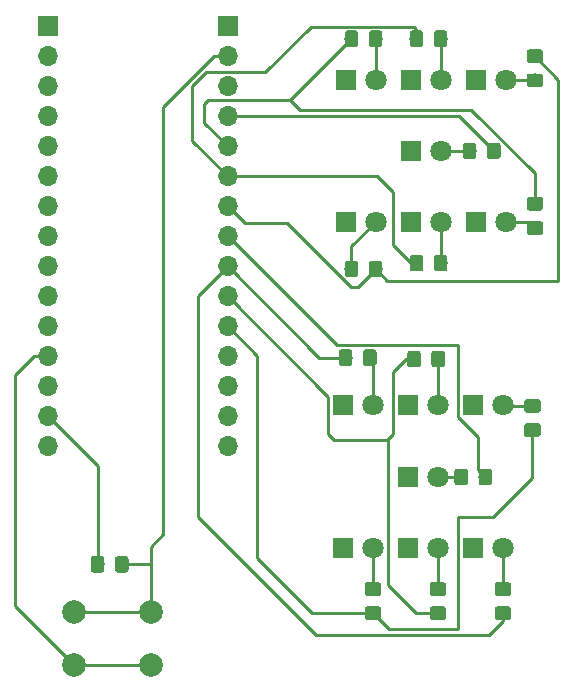
<source format=gbr>
G04 #@! TF.GenerationSoftware,KiCad,Pcbnew,(5.0.1)-3*
G04 #@! TF.CreationDate,2019-08-04T12:29:00-04:00*
G04 #@! TF.ProjectId,Dice_roller,446963655F726F6C6C65722E6B696361,rev?*
G04 #@! TF.SameCoordinates,Original*
G04 #@! TF.FileFunction,Copper,L1,Top,Signal*
G04 #@! TF.FilePolarity,Positive*
%FSLAX46Y46*%
G04 Gerber Fmt 4.6, Leading zero omitted, Abs format (unit mm)*
G04 Created by KiCad (PCBNEW (5.0.1)-3) date 8/4/2019 12:29:00 PM*
%MOMM*%
%LPD*%
G01*
G04 APERTURE LIST*
G04 #@! TA.AperFunction,ComponentPad*
%ADD10R,1.700000X1.700000*%
G04 #@! TD*
G04 #@! TA.AperFunction,ComponentPad*
%ADD11O,1.700000X1.700000*%
G04 #@! TD*
G04 #@! TA.AperFunction,Conductor*
%ADD12C,0.100000*%
G04 #@! TD*
G04 #@! TA.AperFunction,SMDPad,CuDef*
%ADD13C,1.150000*%
G04 #@! TD*
G04 #@! TA.AperFunction,ComponentPad*
%ADD14R,1.800000X1.800000*%
G04 #@! TD*
G04 #@! TA.AperFunction,ComponentPad*
%ADD15C,1.800000*%
G04 #@! TD*
G04 #@! TA.AperFunction,ComponentPad*
%ADD16C,2.000000*%
G04 #@! TD*
G04 #@! TA.AperFunction,Conductor*
%ADD17C,0.250000*%
G04 #@! TD*
G04 APERTURE END LIST*
D10*
G04 #@! TO.P,J1,1*
G04 #@! TO.N,D12*
X132000000Y-61440000D03*
D11*
G04 #@! TO.P,J1,2*
G04 #@! TO.N,D11*
X132000000Y-63980000D03*
G04 #@! TO.P,J1,3*
G04 #@! TO.N,D10*
X132000000Y-66520000D03*
G04 #@! TO.P,J1,4*
G04 #@! TO.N,D9*
X132000000Y-69060000D03*
G04 #@! TO.P,J1,5*
G04 #@! TO.N,D8*
X132000000Y-71600000D03*
G04 #@! TO.P,J1,6*
G04 #@! TO.N,D7*
X132000000Y-74140000D03*
G04 #@! TO.P,J1,7*
G04 #@! TO.N,D6*
X132000000Y-76680000D03*
G04 #@! TO.P,J1,8*
G04 #@! TO.N,D5*
X132000000Y-79220000D03*
G04 #@! TO.P,J1,9*
G04 #@! TO.N,D4*
X132000000Y-81760000D03*
G04 #@! TO.P,J1,10*
G04 #@! TO.N,D3*
X132000000Y-84300000D03*
G04 #@! TO.P,J1,11*
G04 #@! TO.N,D2*
X132000000Y-86840000D03*
G04 #@! TO.P,J1,12*
G04 #@! TO.N,GND*
X132000000Y-89380000D03*
G04 #@! TO.P,J1,13*
G04 #@! TO.N,~RESET*
X132000000Y-91920000D03*
G04 #@! TO.P,J1,14*
G04 #@! TO.N,RX*
X132000000Y-94460000D03*
G04 #@! TO.P,J1,15*
G04 #@! TO.N,TX*
X132000000Y-97000000D03*
G04 #@! TD*
D10*
G04 #@! TO.P,J2,1*
G04 #@! TO.N,D13*
X116760000Y-61440000D03*
D11*
G04 #@! TO.P,J2,2*
G04 #@! TO.N,+3V3*
X116760000Y-63980000D03*
G04 #@! TO.P,J2,3*
G04 #@! TO.N,AREF*
X116760000Y-66520000D03*
G04 #@! TO.P,J2,4*
G04 #@! TO.N,A0*
X116760000Y-69060000D03*
G04 #@! TO.P,J2,5*
G04 #@! TO.N,A1*
X116760000Y-71600000D03*
G04 #@! TO.P,J2,6*
G04 #@! TO.N,A2*
X116760000Y-74140000D03*
G04 #@! TO.P,J2,7*
G04 #@! TO.N,A3*
X116760000Y-76680000D03*
G04 #@! TO.P,J2,8*
G04 #@! TO.N,A4*
X116760000Y-79220000D03*
G04 #@! TO.P,J2,9*
G04 #@! TO.N,A5*
X116760000Y-81760000D03*
G04 #@! TO.P,J2,10*
G04 #@! TO.N,A6*
X116760000Y-84300000D03*
G04 #@! TO.P,J2,11*
G04 #@! TO.N,A7*
X116760000Y-86840000D03*
G04 #@! TO.P,J2,12*
G04 #@! TO.N,+5V*
X116760000Y-89380000D03*
G04 #@! TO.P,J2,13*
G04 #@! TO.N,~RESET*
X116760000Y-91920000D03*
G04 #@! TO.P,J2,14*
G04 #@! TO.N,GND*
X116760000Y-94460000D03*
G04 #@! TO.P,J2,15*
G04 #@! TO.N,VIN*
X116760000Y-97000000D03*
G04 #@! TD*
D12*
G04 #@! TO.N,D2*
G04 #@! TO.C,R1*
G36*
X158266334Y-95066896D02*
X158290602Y-95070496D01*
X158314401Y-95076457D01*
X158337500Y-95084722D01*
X158359679Y-95095212D01*
X158380722Y-95107824D01*
X158400428Y-95122439D01*
X158418606Y-95138915D01*
X158435082Y-95157093D01*
X158449697Y-95176799D01*
X158462309Y-95197842D01*
X158472799Y-95220021D01*
X158481064Y-95243120D01*
X158487025Y-95266919D01*
X158490625Y-95291187D01*
X158491829Y-95315691D01*
X158491829Y-95965693D01*
X158490625Y-95990197D01*
X158487025Y-96014465D01*
X158481064Y-96038264D01*
X158472799Y-96061363D01*
X158462309Y-96083542D01*
X158449697Y-96104585D01*
X158435082Y-96124291D01*
X158418606Y-96142469D01*
X158400428Y-96158945D01*
X158380722Y-96173560D01*
X158359679Y-96186172D01*
X158337500Y-96196662D01*
X158314401Y-96204927D01*
X158290602Y-96210888D01*
X158266334Y-96214488D01*
X158241830Y-96215692D01*
X157341828Y-96215692D01*
X157317324Y-96214488D01*
X157293056Y-96210888D01*
X157269257Y-96204927D01*
X157246158Y-96196662D01*
X157223979Y-96186172D01*
X157202936Y-96173560D01*
X157183230Y-96158945D01*
X157165052Y-96142469D01*
X157148576Y-96124291D01*
X157133961Y-96104585D01*
X157121349Y-96083542D01*
X157110859Y-96061363D01*
X157102594Y-96038264D01*
X157096633Y-96014465D01*
X157093033Y-95990197D01*
X157091829Y-95965693D01*
X157091829Y-95315691D01*
X157093033Y-95291187D01*
X157096633Y-95266919D01*
X157102594Y-95243120D01*
X157110859Y-95220021D01*
X157121349Y-95197842D01*
X157133961Y-95176799D01*
X157148576Y-95157093D01*
X157165052Y-95138915D01*
X157183230Y-95122439D01*
X157202936Y-95107824D01*
X157223979Y-95095212D01*
X157246158Y-95084722D01*
X157269257Y-95076457D01*
X157293056Y-95070496D01*
X157317324Y-95066896D01*
X157341828Y-95065692D01*
X158241830Y-95065692D01*
X158266334Y-95066896D01*
X158266334Y-95066896D01*
G37*
D13*
G04 #@! TD*
G04 #@! TO.P,R1,1*
G04 #@! TO.N,D2*
X157791829Y-95640692D03*
D12*
G04 #@! TO.N,Net-(D1-Pad2)*
G04 #@! TO.C,R1*
G36*
X158266334Y-93016896D02*
X158290602Y-93020496D01*
X158314401Y-93026457D01*
X158337500Y-93034722D01*
X158359679Y-93045212D01*
X158380722Y-93057824D01*
X158400428Y-93072439D01*
X158418606Y-93088915D01*
X158435082Y-93107093D01*
X158449697Y-93126799D01*
X158462309Y-93147842D01*
X158472799Y-93170021D01*
X158481064Y-93193120D01*
X158487025Y-93216919D01*
X158490625Y-93241187D01*
X158491829Y-93265691D01*
X158491829Y-93915693D01*
X158490625Y-93940197D01*
X158487025Y-93964465D01*
X158481064Y-93988264D01*
X158472799Y-94011363D01*
X158462309Y-94033542D01*
X158449697Y-94054585D01*
X158435082Y-94074291D01*
X158418606Y-94092469D01*
X158400428Y-94108945D01*
X158380722Y-94123560D01*
X158359679Y-94136172D01*
X158337500Y-94146662D01*
X158314401Y-94154927D01*
X158290602Y-94160888D01*
X158266334Y-94164488D01*
X158241830Y-94165692D01*
X157341828Y-94165692D01*
X157317324Y-94164488D01*
X157293056Y-94160888D01*
X157269257Y-94154927D01*
X157246158Y-94146662D01*
X157223979Y-94136172D01*
X157202936Y-94123560D01*
X157183230Y-94108945D01*
X157165052Y-94092469D01*
X157148576Y-94074291D01*
X157133961Y-94054585D01*
X157121349Y-94033542D01*
X157110859Y-94011363D01*
X157102594Y-93988264D01*
X157096633Y-93964465D01*
X157093033Y-93940197D01*
X157091829Y-93915693D01*
X157091829Y-93265691D01*
X157093033Y-93241187D01*
X157096633Y-93216919D01*
X157102594Y-93193120D01*
X157110859Y-93170021D01*
X157121349Y-93147842D01*
X157133961Y-93126799D01*
X157148576Y-93107093D01*
X157165052Y-93088915D01*
X157183230Y-93072439D01*
X157202936Y-93057824D01*
X157223979Y-93045212D01*
X157246158Y-93034722D01*
X157269257Y-93026457D01*
X157293056Y-93020496D01*
X157317324Y-93016896D01*
X157341828Y-93015692D01*
X158241830Y-93015692D01*
X158266334Y-93016896D01*
X158266334Y-93016896D01*
G37*
D13*
G04 #@! TD*
G04 #@! TO.P,R1,2*
G04 #@! TO.N,Net-(D1-Pad2)*
X157791829Y-93590692D03*
D12*
G04 #@! TO.N,D3*
G04 #@! TO.C,R2*
G36*
X148116334Y-88916896D02*
X148140602Y-88920496D01*
X148164401Y-88926457D01*
X148187500Y-88934722D01*
X148209679Y-88945212D01*
X148230722Y-88957824D01*
X148250428Y-88972439D01*
X148268606Y-88988915D01*
X148285082Y-89007093D01*
X148299697Y-89026799D01*
X148312309Y-89047842D01*
X148322799Y-89070021D01*
X148331064Y-89093120D01*
X148337025Y-89116919D01*
X148340625Y-89141187D01*
X148341829Y-89165691D01*
X148341829Y-90065693D01*
X148340625Y-90090197D01*
X148337025Y-90114465D01*
X148331064Y-90138264D01*
X148322799Y-90161363D01*
X148312309Y-90183542D01*
X148299697Y-90204585D01*
X148285082Y-90224291D01*
X148268606Y-90242469D01*
X148250428Y-90258945D01*
X148230722Y-90273560D01*
X148209679Y-90286172D01*
X148187500Y-90296662D01*
X148164401Y-90304927D01*
X148140602Y-90310888D01*
X148116334Y-90314488D01*
X148091830Y-90315692D01*
X147441828Y-90315692D01*
X147417324Y-90314488D01*
X147393056Y-90310888D01*
X147369257Y-90304927D01*
X147346158Y-90296662D01*
X147323979Y-90286172D01*
X147302936Y-90273560D01*
X147283230Y-90258945D01*
X147265052Y-90242469D01*
X147248576Y-90224291D01*
X147233961Y-90204585D01*
X147221349Y-90183542D01*
X147210859Y-90161363D01*
X147202594Y-90138264D01*
X147196633Y-90114465D01*
X147193033Y-90090197D01*
X147191829Y-90065693D01*
X147191829Y-89165691D01*
X147193033Y-89141187D01*
X147196633Y-89116919D01*
X147202594Y-89093120D01*
X147210859Y-89070021D01*
X147221349Y-89047842D01*
X147233961Y-89026799D01*
X147248576Y-89007093D01*
X147265052Y-88988915D01*
X147283230Y-88972439D01*
X147302936Y-88957824D01*
X147323979Y-88945212D01*
X147346158Y-88934722D01*
X147369257Y-88926457D01*
X147393056Y-88920496D01*
X147417324Y-88916896D01*
X147441828Y-88915692D01*
X148091830Y-88915692D01*
X148116334Y-88916896D01*
X148116334Y-88916896D01*
G37*
D13*
G04 #@! TD*
G04 #@! TO.P,R2,1*
G04 #@! TO.N,D3*
X147766829Y-89615692D03*
D12*
G04 #@! TO.N,Net-(D2-Pad2)*
G04 #@! TO.C,R2*
G36*
X150166334Y-88916896D02*
X150190602Y-88920496D01*
X150214401Y-88926457D01*
X150237500Y-88934722D01*
X150259679Y-88945212D01*
X150280722Y-88957824D01*
X150300428Y-88972439D01*
X150318606Y-88988915D01*
X150335082Y-89007093D01*
X150349697Y-89026799D01*
X150362309Y-89047842D01*
X150372799Y-89070021D01*
X150381064Y-89093120D01*
X150387025Y-89116919D01*
X150390625Y-89141187D01*
X150391829Y-89165691D01*
X150391829Y-90065693D01*
X150390625Y-90090197D01*
X150387025Y-90114465D01*
X150381064Y-90138264D01*
X150372799Y-90161363D01*
X150362309Y-90183542D01*
X150349697Y-90204585D01*
X150335082Y-90224291D01*
X150318606Y-90242469D01*
X150300428Y-90258945D01*
X150280722Y-90273560D01*
X150259679Y-90286172D01*
X150237500Y-90296662D01*
X150214401Y-90304927D01*
X150190602Y-90310888D01*
X150166334Y-90314488D01*
X150141830Y-90315692D01*
X149491828Y-90315692D01*
X149467324Y-90314488D01*
X149443056Y-90310888D01*
X149419257Y-90304927D01*
X149396158Y-90296662D01*
X149373979Y-90286172D01*
X149352936Y-90273560D01*
X149333230Y-90258945D01*
X149315052Y-90242469D01*
X149298576Y-90224291D01*
X149283961Y-90204585D01*
X149271349Y-90183542D01*
X149260859Y-90161363D01*
X149252594Y-90138264D01*
X149246633Y-90114465D01*
X149243033Y-90090197D01*
X149241829Y-90065693D01*
X149241829Y-89165691D01*
X149243033Y-89141187D01*
X149246633Y-89116919D01*
X149252594Y-89093120D01*
X149260859Y-89070021D01*
X149271349Y-89047842D01*
X149283961Y-89026799D01*
X149298576Y-89007093D01*
X149315052Y-88988915D01*
X149333230Y-88972439D01*
X149352936Y-88957824D01*
X149373979Y-88945212D01*
X149396158Y-88934722D01*
X149419257Y-88926457D01*
X149443056Y-88920496D01*
X149467324Y-88916896D01*
X149491828Y-88915692D01*
X150141830Y-88915692D01*
X150166334Y-88916896D01*
X150166334Y-88916896D01*
G37*
D13*
G04 #@! TD*
G04 #@! TO.P,R2,2*
G04 #@! TO.N,Net-(D2-Pad2)*
X149816829Y-89615692D03*
D12*
G04 #@! TO.N,D4*
G04 #@! TO.C,R3*
G36*
X142324505Y-88801204D02*
X142348773Y-88804804D01*
X142372572Y-88810765D01*
X142395671Y-88819030D01*
X142417850Y-88829520D01*
X142438893Y-88842132D01*
X142458599Y-88856747D01*
X142476777Y-88873223D01*
X142493253Y-88891401D01*
X142507868Y-88911107D01*
X142520480Y-88932150D01*
X142530970Y-88954329D01*
X142539235Y-88977428D01*
X142545196Y-89001227D01*
X142548796Y-89025495D01*
X142550000Y-89049999D01*
X142550000Y-89950001D01*
X142548796Y-89974505D01*
X142545196Y-89998773D01*
X142539235Y-90022572D01*
X142530970Y-90045671D01*
X142520480Y-90067850D01*
X142507868Y-90088893D01*
X142493253Y-90108599D01*
X142476777Y-90126777D01*
X142458599Y-90143253D01*
X142438893Y-90157868D01*
X142417850Y-90170480D01*
X142395671Y-90180970D01*
X142372572Y-90189235D01*
X142348773Y-90195196D01*
X142324505Y-90198796D01*
X142300001Y-90200000D01*
X141649999Y-90200000D01*
X141625495Y-90198796D01*
X141601227Y-90195196D01*
X141577428Y-90189235D01*
X141554329Y-90180970D01*
X141532150Y-90170480D01*
X141511107Y-90157868D01*
X141491401Y-90143253D01*
X141473223Y-90126777D01*
X141456747Y-90108599D01*
X141442132Y-90088893D01*
X141429520Y-90067850D01*
X141419030Y-90045671D01*
X141410765Y-90022572D01*
X141404804Y-89998773D01*
X141401204Y-89974505D01*
X141400000Y-89950001D01*
X141400000Y-89049999D01*
X141401204Y-89025495D01*
X141404804Y-89001227D01*
X141410765Y-88977428D01*
X141419030Y-88954329D01*
X141429520Y-88932150D01*
X141442132Y-88911107D01*
X141456747Y-88891401D01*
X141473223Y-88873223D01*
X141491401Y-88856747D01*
X141511107Y-88842132D01*
X141532150Y-88829520D01*
X141554329Y-88819030D01*
X141577428Y-88810765D01*
X141601227Y-88804804D01*
X141625495Y-88801204D01*
X141649999Y-88800000D01*
X142300001Y-88800000D01*
X142324505Y-88801204D01*
X142324505Y-88801204D01*
G37*
D13*
G04 #@! TD*
G04 #@! TO.P,R3,1*
G04 #@! TO.N,D4*
X141975000Y-89500000D03*
D12*
G04 #@! TO.N,Net-(D3-Pad2)*
G04 #@! TO.C,R3*
G36*
X144374505Y-88801204D02*
X144398773Y-88804804D01*
X144422572Y-88810765D01*
X144445671Y-88819030D01*
X144467850Y-88829520D01*
X144488893Y-88842132D01*
X144508599Y-88856747D01*
X144526777Y-88873223D01*
X144543253Y-88891401D01*
X144557868Y-88911107D01*
X144570480Y-88932150D01*
X144580970Y-88954329D01*
X144589235Y-88977428D01*
X144595196Y-89001227D01*
X144598796Y-89025495D01*
X144600000Y-89049999D01*
X144600000Y-89950001D01*
X144598796Y-89974505D01*
X144595196Y-89998773D01*
X144589235Y-90022572D01*
X144580970Y-90045671D01*
X144570480Y-90067850D01*
X144557868Y-90088893D01*
X144543253Y-90108599D01*
X144526777Y-90126777D01*
X144508599Y-90143253D01*
X144488893Y-90157868D01*
X144467850Y-90170480D01*
X144445671Y-90180970D01*
X144422572Y-90189235D01*
X144398773Y-90195196D01*
X144374505Y-90198796D01*
X144350001Y-90200000D01*
X143699999Y-90200000D01*
X143675495Y-90198796D01*
X143651227Y-90195196D01*
X143627428Y-90189235D01*
X143604329Y-90180970D01*
X143582150Y-90170480D01*
X143561107Y-90157868D01*
X143541401Y-90143253D01*
X143523223Y-90126777D01*
X143506747Y-90108599D01*
X143492132Y-90088893D01*
X143479520Y-90067850D01*
X143469030Y-90045671D01*
X143460765Y-90022572D01*
X143454804Y-89998773D01*
X143451204Y-89974505D01*
X143450000Y-89950001D01*
X143450000Y-89049999D01*
X143451204Y-89025495D01*
X143454804Y-89001227D01*
X143460765Y-88977428D01*
X143469030Y-88954329D01*
X143479520Y-88932150D01*
X143492132Y-88911107D01*
X143506747Y-88891401D01*
X143523223Y-88873223D01*
X143541401Y-88856747D01*
X143561107Y-88842132D01*
X143582150Y-88829520D01*
X143604329Y-88819030D01*
X143627428Y-88810765D01*
X143651227Y-88804804D01*
X143675495Y-88801204D01*
X143699999Y-88800000D01*
X144350001Y-88800000D01*
X144374505Y-88801204D01*
X144374505Y-88801204D01*
G37*
D13*
G04 #@! TD*
G04 #@! TO.P,R3,2*
G04 #@! TO.N,Net-(D3-Pad2)*
X144025000Y-89500000D03*
D12*
G04 #@! TO.N,Net-(D4-Pad2)*
G04 #@! TO.C,R4*
G36*
X152116334Y-98916896D02*
X152140602Y-98920496D01*
X152164401Y-98926457D01*
X152187500Y-98934722D01*
X152209679Y-98945212D01*
X152230722Y-98957824D01*
X152250428Y-98972439D01*
X152268606Y-98988915D01*
X152285082Y-99007093D01*
X152299697Y-99026799D01*
X152312309Y-99047842D01*
X152322799Y-99070021D01*
X152331064Y-99093120D01*
X152337025Y-99116919D01*
X152340625Y-99141187D01*
X152341829Y-99165691D01*
X152341829Y-100065693D01*
X152340625Y-100090197D01*
X152337025Y-100114465D01*
X152331064Y-100138264D01*
X152322799Y-100161363D01*
X152312309Y-100183542D01*
X152299697Y-100204585D01*
X152285082Y-100224291D01*
X152268606Y-100242469D01*
X152250428Y-100258945D01*
X152230722Y-100273560D01*
X152209679Y-100286172D01*
X152187500Y-100296662D01*
X152164401Y-100304927D01*
X152140602Y-100310888D01*
X152116334Y-100314488D01*
X152091830Y-100315692D01*
X151441828Y-100315692D01*
X151417324Y-100314488D01*
X151393056Y-100310888D01*
X151369257Y-100304927D01*
X151346158Y-100296662D01*
X151323979Y-100286172D01*
X151302936Y-100273560D01*
X151283230Y-100258945D01*
X151265052Y-100242469D01*
X151248576Y-100224291D01*
X151233961Y-100204585D01*
X151221349Y-100183542D01*
X151210859Y-100161363D01*
X151202594Y-100138264D01*
X151196633Y-100114465D01*
X151193033Y-100090197D01*
X151191829Y-100065693D01*
X151191829Y-99165691D01*
X151193033Y-99141187D01*
X151196633Y-99116919D01*
X151202594Y-99093120D01*
X151210859Y-99070021D01*
X151221349Y-99047842D01*
X151233961Y-99026799D01*
X151248576Y-99007093D01*
X151265052Y-98988915D01*
X151283230Y-98972439D01*
X151302936Y-98957824D01*
X151323979Y-98945212D01*
X151346158Y-98934722D01*
X151369257Y-98926457D01*
X151393056Y-98920496D01*
X151417324Y-98916896D01*
X151441828Y-98915692D01*
X152091830Y-98915692D01*
X152116334Y-98916896D01*
X152116334Y-98916896D01*
G37*
D13*
G04 #@! TD*
G04 #@! TO.P,R4,2*
G04 #@! TO.N,Net-(D4-Pad2)*
X151766829Y-99615692D03*
D12*
G04 #@! TO.N,D5*
G04 #@! TO.C,R4*
G36*
X154166334Y-98916896D02*
X154190602Y-98920496D01*
X154214401Y-98926457D01*
X154237500Y-98934722D01*
X154259679Y-98945212D01*
X154280722Y-98957824D01*
X154300428Y-98972439D01*
X154318606Y-98988915D01*
X154335082Y-99007093D01*
X154349697Y-99026799D01*
X154362309Y-99047842D01*
X154372799Y-99070021D01*
X154381064Y-99093120D01*
X154387025Y-99116919D01*
X154390625Y-99141187D01*
X154391829Y-99165691D01*
X154391829Y-100065693D01*
X154390625Y-100090197D01*
X154387025Y-100114465D01*
X154381064Y-100138264D01*
X154372799Y-100161363D01*
X154362309Y-100183542D01*
X154349697Y-100204585D01*
X154335082Y-100224291D01*
X154318606Y-100242469D01*
X154300428Y-100258945D01*
X154280722Y-100273560D01*
X154259679Y-100286172D01*
X154237500Y-100296662D01*
X154214401Y-100304927D01*
X154190602Y-100310888D01*
X154166334Y-100314488D01*
X154141830Y-100315692D01*
X153491828Y-100315692D01*
X153467324Y-100314488D01*
X153443056Y-100310888D01*
X153419257Y-100304927D01*
X153396158Y-100296662D01*
X153373979Y-100286172D01*
X153352936Y-100273560D01*
X153333230Y-100258945D01*
X153315052Y-100242469D01*
X153298576Y-100224291D01*
X153283961Y-100204585D01*
X153271349Y-100183542D01*
X153260859Y-100161363D01*
X153252594Y-100138264D01*
X153246633Y-100114465D01*
X153243033Y-100090197D01*
X153241829Y-100065693D01*
X153241829Y-99165691D01*
X153243033Y-99141187D01*
X153246633Y-99116919D01*
X153252594Y-99093120D01*
X153260859Y-99070021D01*
X153271349Y-99047842D01*
X153283961Y-99026799D01*
X153298576Y-99007093D01*
X153315052Y-98988915D01*
X153333230Y-98972439D01*
X153352936Y-98957824D01*
X153373979Y-98945212D01*
X153396158Y-98934722D01*
X153419257Y-98926457D01*
X153443056Y-98920496D01*
X153467324Y-98916896D01*
X153491828Y-98915692D01*
X154141830Y-98915692D01*
X154166334Y-98916896D01*
X154166334Y-98916896D01*
G37*
D13*
G04 #@! TD*
G04 #@! TO.P,R4,1*
G04 #@! TO.N,D5*
X153816829Y-99615692D03*
D12*
G04 #@! TO.N,D4*
G04 #@! TO.C,R5*
G36*
X155766334Y-110566896D02*
X155790602Y-110570496D01*
X155814401Y-110576457D01*
X155837500Y-110584722D01*
X155859679Y-110595212D01*
X155880722Y-110607824D01*
X155900428Y-110622439D01*
X155918606Y-110638915D01*
X155935082Y-110657093D01*
X155949697Y-110676799D01*
X155962309Y-110697842D01*
X155972799Y-110720021D01*
X155981064Y-110743120D01*
X155987025Y-110766919D01*
X155990625Y-110791187D01*
X155991829Y-110815691D01*
X155991829Y-111465693D01*
X155990625Y-111490197D01*
X155987025Y-111514465D01*
X155981064Y-111538264D01*
X155972799Y-111561363D01*
X155962309Y-111583542D01*
X155949697Y-111604585D01*
X155935082Y-111624291D01*
X155918606Y-111642469D01*
X155900428Y-111658945D01*
X155880722Y-111673560D01*
X155859679Y-111686172D01*
X155837500Y-111696662D01*
X155814401Y-111704927D01*
X155790602Y-111710888D01*
X155766334Y-111714488D01*
X155741830Y-111715692D01*
X154841828Y-111715692D01*
X154817324Y-111714488D01*
X154793056Y-111710888D01*
X154769257Y-111704927D01*
X154746158Y-111696662D01*
X154723979Y-111686172D01*
X154702936Y-111673560D01*
X154683230Y-111658945D01*
X154665052Y-111642469D01*
X154648576Y-111624291D01*
X154633961Y-111604585D01*
X154621349Y-111583542D01*
X154610859Y-111561363D01*
X154602594Y-111538264D01*
X154596633Y-111514465D01*
X154593033Y-111490197D01*
X154591829Y-111465693D01*
X154591829Y-110815691D01*
X154593033Y-110791187D01*
X154596633Y-110766919D01*
X154602594Y-110743120D01*
X154610859Y-110720021D01*
X154621349Y-110697842D01*
X154633961Y-110676799D01*
X154648576Y-110657093D01*
X154665052Y-110638915D01*
X154683230Y-110622439D01*
X154702936Y-110607824D01*
X154723979Y-110595212D01*
X154746158Y-110584722D01*
X154769257Y-110576457D01*
X154793056Y-110570496D01*
X154817324Y-110566896D01*
X154841828Y-110565692D01*
X155741830Y-110565692D01*
X155766334Y-110566896D01*
X155766334Y-110566896D01*
G37*
D13*
G04 #@! TD*
G04 #@! TO.P,R5,1*
G04 #@! TO.N,D4*
X155291829Y-111140692D03*
D12*
G04 #@! TO.N,Net-(D5-Pad2)*
G04 #@! TO.C,R5*
G36*
X155766334Y-108516896D02*
X155790602Y-108520496D01*
X155814401Y-108526457D01*
X155837500Y-108534722D01*
X155859679Y-108545212D01*
X155880722Y-108557824D01*
X155900428Y-108572439D01*
X155918606Y-108588915D01*
X155935082Y-108607093D01*
X155949697Y-108626799D01*
X155962309Y-108647842D01*
X155972799Y-108670021D01*
X155981064Y-108693120D01*
X155987025Y-108716919D01*
X155990625Y-108741187D01*
X155991829Y-108765691D01*
X155991829Y-109415693D01*
X155990625Y-109440197D01*
X155987025Y-109464465D01*
X155981064Y-109488264D01*
X155972799Y-109511363D01*
X155962309Y-109533542D01*
X155949697Y-109554585D01*
X155935082Y-109574291D01*
X155918606Y-109592469D01*
X155900428Y-109608945D01*
X155880722Y-109623560D01*
X155859679Y-109636172D01*
X155837500Y-109646662D01*
X155814401Y-109654927D01*
X155790602Y-109660888D01*
X155766334Y-109664488D01*
X155741830Y-109665692D01*
X154841828Y-109665692D01*
X154817324Y-109664488D01*
X154793056Y-109660888D01*
X154769257Y-109654927D01*
X154746158Y-109646662D01*
X154723979Y-109636172D01*
X154702936Y-109623560D01*
X154683230Y-109608945D01*
X154665052Y-109592469D01*
X154648576Y-109574291D01*
X154633961Y-109554585D01*
X154621349Y-109533542D01*
X154610859Y-109511363D01*
X154602594Y-109488264D01*
X154596633Y-109464465D01*
X154593033Y-109440197D01*
X154591829Y-109415693D01*
X154591829Y-108765691D01*
X154593033Y-108741187D01*
X154596633Y-108716919D01*
X154602594Y-108693120D01*
X154610859Y-108670021D01*
X154621349Y-108647842D01*
X154633961Y-108626799D01*
X154648576Y-108607093D01*
X154665052Y-108588915D01*
X154683230Y-108572439D01*
X154702936Y-108557824D01*
X154723979Y-108545212D01*
X154746158Y-108534722D01*
X154769257Y-108526457D01*
X154793056Y-108520496D01*
X154817324Y-108516896D01*
X154841828Y-108515692D01*
X155741830Y-108515692D01*
X155766334Y-108516896D01*
X155766334Y-108516896D01*
G37*
D13*
G04 #@! TD*
G04 #@! TO.P,R5,2*
G04 #@! TO.N,Net-(D5-Pad2)*
X155291829Y-109090692D03*
D12*
G04 #@! TO.N,Net-(D6-Pad2)*
G04 #@! TO.C,R6*
G36*
X150266334Y-108516896D02*
X150290602Y-108520496D01*
X150314401Y-108526457D01*
X150337500Y-108534722D01*
X150359679Y-108545212D01*
X150380722Y-108557824D01*
X150400428Y-108572439D01*
X150418606Y-108588915D01*
X150435082Y-108607093D01*
X150449697Y-108626799D01*
X150462309Y-108647842D01*
X150472799Y-108670021D01*
X150481064Y-108693120D01*
X150487025Y-108716919D01*
X150490625Y-108741187D01*
X150491829Y-108765691D01*
X150491829Y-109415693D01*
X150490625Y-109440197D01*
X150487025Y-109464465D01*
X150481064Y-109488264D01*
X150472799Y-109511363D01*
X150462309Y-109533542D01*
X150449697Y-109554585D01*
X150435082Y-109574291D01*
X150418606Y-109592469D01*
X150400428Y-109608945D01*
X150380722Y-109623560D01*
X150359679Y-109636172D01*
X150337500Y-109646662D01*
X150314401Y-109654927D01*
X150290602Y-109660888D01*
X150266334Y-109664488D01*
X150241830Y-109665692D01*
X149341828Y-109665692D01*
X149317324Y-109664488D01*
X149293056Y-109660888D01*
X149269257Y-109654927D01*
X149246158Y-109646662D01*
X149223979Y-109636172D01*
X149202936Y-109623560D01*
X149183230Y-109608945D01*
X149165052Y-109592469D01*
X149148576Y-109574291D01*
X149133961Y-109554585D01*
X149121349Y-109533542D01*
X149110859Y-109511363D01*
X149102594Y-109488264D01*
X149096633Y-109464465D01*
X149093033Y-109440197D01*
X149091829Y-109415693D01*
X149091829Y-108765691D01*
X149093033Y-108741187D01*
X149096633Y-108716919D01*
X149102594Y-108693120D01*
X149110859Y-108670021D01*
X149121349Y-108647842D01*
X149133961Y-108626799D01*
X149148576Y-108607093D01*
X149165052Y-108588915D01*
X149183230Y-108572439D01*
X149202936Y-108557824D01*
X149223979Y-108545212D01*
X149246158Y-108534722D01*
X149269257Y-108526457D01*
X149293056Y-108520496D01*
X149317324Y-108516896D01*
X149341828Y-108515692D01*
X150241830Y-108515692D01*
X150266334Y-108516896D01*
X150266334Y-108516896D01*
G37*
D13*
G04 #@! TD*
G04 #@! TO.P,R6,2*
G04 #@! TO.N,Net-(D6-Pad2)*
X149791829Y-109090692D03*
D12*
G04 #@! TO.N,D3*
G04 #@! TO.C,R6*
G36*
X150266334Y-110566896D02*
X150290602Y-110570496D01*
X150314401Y-110576457D01*
X150337500Y-110584722D01*
X150359679Y-110595212D01*
X150380722Y-110607824D01*
X150400428Y-110622439D01*
X150418606Y-110638915D01*
X150435082Y-110657093D01*
X150449697Y-110676799D01*
X150462309Y-110697842D01*
X150472799Y-110720021D01*
X150481064Y-110743120D01*
X150487025Y-110766919D01*
X150490625Y-110791187D01*
X150491829Y-110815691D01*
X150491829Y-111465693D01*
X150490625Y-111490197D01*
X150487025Y-111514465D01*
X150481064Y-111538264D01*
X150472799Y-111561363D01*
X150462309Y-111583542D01*
X150449697Y-111604585D01*
X150435082Y-111624291D01*
X150418606Y-111642469D01*
X150400428Y-111658945D01*
X150380722Y-111673560D01*
X150359679Y-111686172D01*
X150337500Y-111696662D01*
X150314401Y-111704927D01*
X150290602Y-111710888D01*
X150266334Y-111714488D01*
X150241830Y-111715692D01*
X149341828Y-111715692D01*
X149317324Y-111714488D01*
X149293056Y-111710888D01*
X149269257Y-111704927D01*
X149246158Y-111696662D01*
X149223979Y-111686172D01*
X149202936Y-111673560D01*
X149183230Y-111658945D01*
X149165052Y-111642469D01*
X149148576Y-111624291D01*
X149133961Y-111604585D01*
X149121349Y-111583542D01*
X149110859Y-111561363D01*
X149102594Y-111538264D01*
X149096633Y-111514465D01*
X149093033Y-111490197D01*
X149091829Y-111465693D01*
X149091829Y-110815691D01*
X149093033Y-110791187D01*
X149096633Y-110766919D01*
X149102594Y-110743120D01*
X149110859Y-110720021D01*
X149121349Y-110697842D01*
X149133961Y-110676799D01*
X149148576Y-110657093D01*
X149165052Y-110638915D01*
X149183230Y-110622439D01*
X149202936Y-110607824D01*
X149223979Y-110595212D01*
X149246158Y-110584722D01*
X149269257Y-110576457D01*
X149293056Y-110570496D01*
X149317324Y-110566896D01*
X149341828Y-110565692D01*
X150241830Y-110565692D01*
X150266334Y-110566896D01*
X150266334Y-110566896D01*
G37*
D13*
G04 #@! TD*
G04 #@! TO.P,R6,1*
G04 #@! TO.N,D3*
X149791829Y-111140692D03*
D12*
G04 #@! TO.N,Net-(D7-Pad2)*
G04 #@! TO.C,R7*
G36*
X144766334Y-108516896D02*
X144790602Y-108520496D01*
X144814401Y-108526457D01*
X144837500Y-108534722D01*
X144859679Y-108545212D01*
X144880722Y-108557824D01*
X144900428Y-108572439D01*
X144918606Y-108588915D01*
X144935082Y-108607093D01*
X144949697Y-108626799D01*
X144962309Y-108647842D01*
X144972799Y-108670021D01*
X144981064Y-108693120D01*
X144987025Y-108716919D01*
X144990625Y-108741187D01*
X144991829Y-108765691D01*
X144991829Y-109415693D01*
X144990625Y-109440197D01*
X144987025Y-109464465D01*
X144981064Y-109488264D01*
X144972799Y-109511363D01*
X144962309Y-109533542D01*
X144949697Y-109554585D01*
X144935082Y-109574291D01*
X144918606Y-109592469D01*
X144900428Y-109608945D01*
X144880722Y-109623560D01*
X144859679Y-109636172D01*
X144837500Y-109646662D01*
X144814401Y-109654927D01*
X144790602Y-109660888D01*
X144766334Y-109664488D01*
X144741830Y-109665692D01*
X143841828Y-109665692D01*
X143817324Y-109664488D01*
X143793056Y-109660888D01*
X143769257Y-109654927D01*
X143746158Y-109646662D01*
X143723979Y-109636172D01*
X143702936Y-109623560D01*
X143683230Y-109608945D01*
X143665052Y-109592469D01*
X143648576Y-109574291D01*
X143633961Y-109554585D01*
X143621349Y-109533542D01*
X143610859Y-109511363D01*
X143602594Y-109488264D01*
X143596633Y-109464465D01*
X143593033Y-109440197D01*
X143591829Y-109415693D01*
X143591829Y-108765691D01*
X143593033Y-108741187D01*
X143596633Y-108716919D01*
X143602594Y-108693120D01*
X143610859Y-108670021D01*
X143621349Y-108647842D01*
X143633961Y-108626799D01*
X143648576Y-108607093D01*
X143665052Y-108588915D01*
X143683230Y-108572439D01*
X143702936Y-108557824D01*
X143723979Y-108545212D01*
X143746158Y-108534722D01*
X143769257Y-108526457D01*
X143793056Y-108520496D01*
X143817324Y-108516896D01*
X143841828Y-108515692D01*
X144741830Y-108515692D01*
X144766334Y-108516896D01*
X144766334Y-108516896D01*
G37*
D13*
G04 #@! TD*
G04 #@! TO.P,R7,2*
G04 #@! TO.N,Net-(D7-Pad2)*
X144291829Y-109090692D03*
D12*
G04 #@! TO.N,D2*
G04 #@! TO.C,R7*
G36*
X144766334Y-110566896D02*
X144790602Y-110570496D01*
X144814401Y-110576457D01*
X144837500Y-110584722D01*
X144859679Y-110595212D01*
X144880722Y-110607824D01*
X144900428Y-110622439D01*
X144918606Y-110638915D01*
X144935082Y-110657093D01*
X144949697Y-110676799D01*
X144962309Y-110697842D01*
X144972799Y-110720021D01*
X144981064Y-110743120D01*
X144987025Y-110766919D01*
X144990625Y-110791187D01*
X144991829Y-110815691D01*
X144991829Y-111465693D01*
X144990625Y-111490197D01*
X144987025Y-111514465D01*
X144981064Y-111538264D01*
X144972799Y-111561363D01*
X144962309Y-111583542D01*
X144949697Y-111604585D01*
X144935082Y-111624291D01*
X144918606Y-111642469D01*
X144900428Y-111658945D01*
X144880722Y-111673560D01*
X144859679Y-111686172D01*
X144837500Y-111696662D01*
X144814401Y-111704927D01*
X144790602Y-111710888D01*
X144766334Y-111714488D01*
X144741830Y-111715692D01*
X143841828Y-111715692D01*
X143817324Y-111714488D01*
X143793056Y-111710888D01*
X143769257Y-111704927D01*
X143746158Y-111696662D01*
X143723979Y-111686172D01*
X143702936Y-111673560D01*
X143683230Y-111658945D01*
X143665052Y-111642469D01*
X143648576Y-111624291D01*
X143633961Y-111604585D01*
X143621349Y-111583542D01*
X143610859Y-111561363D01*
X143602594Y-111538264D01*
X143596633Y-111514465D01*
X143593033Y-111490197D01*
X143591829Y-111465693D01*
X143591829Y-110815691D01*
X143593033Y-110791187D01*
X143596633Y-110766919D01*
X143602594Y-110743120D01*
X143610859Y-110720021D01*
X143621349Y-110697842D01*
X143633961Y-110676799D01*
X143648576Y-110657093D01*
X143665052Y-110638915D01*
X143683230Y-110622439D01*
X143702936Y-110607824D01*
X143723979Y-110595212D01*
X143746158Y-110584722D01*
X143769257Y-110576457D01*
X143793056Y-110570496D01*
X143817324Y-110566896D01*
X143841828Y-110565692D01*
X144741830Y-110565692D01*
X144766334Y-110566896D01*
X144766334Y-110566896D01*
G37*
D13*
G04 #@! TD*
G04 #@! TO.P,R7,1*
G04 #@! TO.N,D2*
X144291829Y-111140692D03*
D14*
G04 #@! TO.P,D1,1*
G04 #@! TO.N,GND*
X152791829Y-93520693D03*
D15*
G04 #@! TO.P,D1,2*
G04 #@! TO.N,Net-(D1-Pad2)*
X155331829Y-93520693D03*
G04 #@! TD*
G04 #@! TO.P,D2,2*
G04 #@! TO.N,Net-(D2-Pad2)*
X149831829Y-93520693D03*
D14*
G04 #@! TO.P,D2,1*
G04 #@! TO.N,GND*
X147291829Y-93520693D03*
G04 #@! TD*
D15*
G04 #@! TO.P,D3,2*
G04 #@! TO.N,Net-(D3-Pad2)*
X144331829Y-93520693D03*
D14*
G04 #@! TO.P,D3,1*
G04 #@! TO.N,GND*
X141791829Y-93520693D03*
G04 #@! TD*
G04 #@! TO.P,D4,1*
G04 #@! TO.N,GND*
X147291829Y-99615692D03*
D15*
G04 #@! TO.P,D4,2*
G04 #@! TO.N,Net-(D4-Pad2)*
X149831829Y-99615692D03*
G04 #@! TD*
G04 #@! TO.P,D5,2*
G04 #@! TO.N,Net-(D5-Pad2)*
X155331829Y-105615692D03*
D14*
G04 #@! TO.P,D5,1*
G04 #@! TO.N,GND*
X152791829Y-105615692D03*
G04 #@! TD*
G04 #@! TO.P,D6,1*
G04 #@! TO.N,GND*
X147291829Y-105615692D03*
D15*
G04 #@! TO.P,D6,2*
G04 #@! TO.N,Net-(D6-Pad2)*
X149831829Y-105615692D03*
G04 #@! TD*
D14*
G04 #@! TO.P,D7,1*
G04 #@! TO.N,GND*
X141791829Y-105615692D03*
D15*
G04 #@! TO.P,D7,2*
G04 #@! TO.N,Net-(D7-Pad2)*
X144331829Y-105615692D03*
G04 #@! TD*
D14*
G04 #@! TO.P,D8,1*
G04 #@! TO.N,GND*
X153000000Y-66000000D03*
D15*
G04 #@! TO.P,D8,2*
G04 #@! TO.N,Net-(D8-Pad2)*
X155540000Y-66000000D03*
G04 #@! TD*
D14*
G04 #@! TO.P,D9,1*
G04 #@! TO.N,GND*
X147500000Y-66000000D03*
D15*
G04 #@! TO.P,D9,2*
G04 #@! TO.N,Net-(D9-Pad2)*
X150040000Y-66000000D03*
G04 #@! TD*
G04 #@! TO.P,D10,2*
G04 #@! TO.N,Net-(D10-Pad2)*
X144540000Y-66000000D03*
D14*
G04 #@! TO.P,D10,1*
G04 #@! TO.N,GND*
X142000000Y-66000000D03*
G04 #@! TD*
G04 #@! TO.P,D11,1*
G04 #@! TO.N,GND*
X147500000Y-72000000D03*
D15*
G04 #@! TO.P,D11,2*
G04 #@! TO.N,Net-(D11-Pad2)*
X150040000Y-72000000D03*
G04 #@! TD*
G04 #@! TO.P,D12,2*
G04 #@! TO.N,Net-(D12-Pad2)*
X155540000Y-78000000D03*
D14*
G04 #@! TO.P,D12,1*
G04 #@! TO.N,GND*
X153000000Y-78000000D03*
G04 #@! TD*
D15*
G04 #@! TO.P,D13,2*
G04 #@! TO.N,Net-(D13-Pad2)*
X150040000Y-78000000D03*
D14*
G04 #@! TO.P,D13,1*
G04 #@! TO.N,GND*
X147500000Y-78000000D03*
G04 #@! TD*
G04 #@! TO.P,D14,1*
G04 #@! TO.N,GND*
X142000000Y-78000000D03*
D15*
G04 #@! TO.P,D14,2*
G04 #@! TO.N,Net-(D14-Pad2)*
X144540000Y-78000000D03*
G04 #@! TD*
D12*
G04 #@! TO.N,D6*
G04 #@! TO.C,R8*
G36*
X158474505Y-63401204D02*
X158498773Y-63404804D01*
X158522572Y-63410765D01*
X158545671Y-63419030D01*
X158567850Y-63429520D01*
X158588893Y-63442132D01*
X158608599Y-63456747D01*
X158626777Y-63473223D01*
X158643253Y-63491401D01*
X158657868Y-63511107D01*
X158670480Y-63532150D01*
X158680970Y-63554329D01*
X158689235Y-63577428D01*
X158695196Y-63601227D01*
X158698796Y-63625495D01*
X158700000Y-63649999D01*
X158700000Y-64300001D01*
X158698796Y-64324505D01*
X158695196Y-64348773D01*
X158689235Y-64372572D01*
X158680970Y-64395671D01*
X158670480Y-64417850D01*
X158657868Y-64438893D01*
X158643253Y-64458599D01*
X158626777Y-64476777D01*
X158608599Y-64493253D01*
X158588893Y-64507868D01*
X158567850Y-64520480D01*
X158545671Y-64530970D01*
X158522572Y-64539235D01*
X158498773Y-64545196D01*
X158474505Y-64548796D01*
X158450001Y-64550000D01*
X157549999Y-64550000D01*
X157525495Y-64548796D01*
X157501227Y-64545196D01*
X157477428Y-64539235D01*
X157454329Y-64530970D01*
X157432150Y-64520480D01*
X157411107Y-64507868D01*
X157391401Y-64493253D01*
X157373223Y-64476777D01*
X157356747Y-64458599D01*
X157342132Y-64438893D01*
X157329520Y-64417850D01*
X157319030Y-64395671D01*
X157310765Y-64372572D01*
X157304804Y-64348773D01*
X157301204Y-64324505D01*
X157300000Y-64300001D01*
X157300000Y-63649999D01*
X157301204Y-63625495D01*
X157304804Y-63601227D01*
X157310765Y-63577428D01*
X157319030Y-63554329D01*
X157329520Y-63532150D01*
X157342132Y-63511107D01*
X157356747Y-63491401D01*
X157373223Y-63473223D01*
X157391401Y-63456747D01*
X157411107Y-63442132D01*
X157432150Y-63429520D01*
X157454329Y-63419030D01*
X157477428Y-63410765D01*
X157501227Y-63404804D01*
X157525495Y-63401204D01*
X157549999Y-63400000D01*
X158450001Y-63400000D01*
X158474505Y-63401204D01*
X158474505Y-63401204D01*
G37*
D13*
G04 #@! TD*
G04 #@! TO.P,R8,1*
G04 #@! TO.N,D6*
X158000000Y-63975000D03*
D12*
G04 #@! TO.N,Net-(D8-Pad2)*
G04 #@! TO.C,R8*
G36*
X158474505Y-65451204D02*
X158498773Y-65454804D01*
X158522572Y-65460765D01*
X158545671Y-65469030D01*
X158567850Y-65479520D01*
X158588893Y-65492132D01*
X158608599Y-65506747D01*
X158626777Y-65523223D01*
X158643253Y-65541401D01*
X158657868Y-65561107D01*
X158670480Y-65582150D01*
X158680970Y-65604329D01*
X158689235Y-65627428D01*
X158695196Y-65651227D01*
X158698796Y-65675495D01*
X158700000Y-65699999D01*
X158700000Y-66350001D01*
X158698796Y-66374505D01*
X158695196Y-66398773D01*
X158689235Y-66422572D01*
X158680970Y-66445671D01*
X158670480Y-66467850D01*
X158657868Y-66488893D01*
X158643253Y-66508599D01*
X158626777Y-66526777D01*
X158608599Y-66543253D01*
X158588893Y-66557868D01*
X158567850Y-66570480D01*
X158545671Y-66580970D01*
X158522572Y-66589235D01*
X158498773Y-66595196D01*
X158474505Y-66598796D01*
X158450001Y-66600000D01*
X157549999Y-66600000D01*
X157525495Y-66598796D01*
X157501227Y-66595196D01*
X157477428Y-66589235D01*
X157454329Y-66580970D01*
X157432150Y-66570480D01*
X157411107Y-66557868D01*
X157391401Y-66543253D01*
X157373223Y-66526777D01*
X157356747Y-66508599D01*
X157342132Y-66488893D01*
X157329520Y-66467850D01*
X157319030Y-66445671D01*
X157310765Y-66422572D01*
X157304804Y-66398773D01*
X157301204Y-66374505D01*
X157300000Y-66350001D01*
X157300000Y-65699999D01*
X157301204Y-65675495D01*
X157304804Y-65651227D01*
X157310765Y-65627428D01*
X157319030Y-65604329D01*
X157329520Y-65582150D01*
X157342132Y-65561107D01*
X157356747Y-65541401D01*
X157373223Y-65523223D01*
X157391401Y-65506747D01*
X157411107Y-65492132D01*
X157432150Y-65479520D01*
X157454329Y-65469030D01*
X157477428Y-65460765D01*
X157501227Y-65454804D01*
X157525495Y-65451204D01*
X157549999Y-65450000D01*
X158450001Y-65450000D01*
X158474505Y-65451204D01*
X158474505Y-65451204D01*
G37*
D13*
G04 #@! TD*
G04 #@! TO.P,R8,2*
G04 #@! TO.N,Net-(D8-Pad2)*
X158000000Y-66025000D03*
D12*
G04 #@! TO.N,Net-(D9-Pad2)*
G04 #@! TO.C,R9*
G36*
X150374505Y-61801204D02*
X150398773Y-61804804D01*
X150422572Y-61810765D01*
X150445671Y-61819030D01*
X150467850Y-61829520D01*
X150488893Y-61842132D01*
X150508599Y-61856747D01*
X150526777Y-61873223D01*
X150543253Y-61891401D01*
X150557868Y-61911107D01*
X150570480Y-61932150D01*
X150580970Y-61954329D01*
X150589235Y-61977428D01*
X150595196Y-62001227D01*
X150598796Y-62025495D01*
X150600000Y-62049999D01*
X150600000Y-62950001D01*
X150598796Y-62974505D01*
X150595196Y-62998773D01*
X150589235Y-63022572D01*
X150580970Y-63045671D01*
X150570480Y-63067850D01*
X150557868Y-63088893D01*
X150543253Y-63108599D01*
X150526777Y-63126777D01*
X150508599Y-63143253D01*
X150488893Y-63157868D01*
X150467850Y-63170480D01*
X150445671Y-63180970D01*
X150422572Y-63189235D01*
X150398773Y-63195196D01*
X150374505Y-63198796D01*
X150350001Y-63200000D01*
X149699999Y-63200000D01*
X149675495Y-63198796D01*
X149651227Y-63195196D01*
X149627428Y-63189235D01*
X149604329Y-63180970D01*
X149582150Y-63170480D01*
X149561107Y-63157868D01*
X149541401Y-63143253D01*
X149523223Y-63126777D01*
X149506747Y-63108599D01*
X149492132Y-63088893D01*
X149479520Y-63067850D01*
X149469030Y-63045671D01*
X149460765Y-63022572D01*
X149454804Y-62998773D01*
X149451204Y-62974505D01*
X149450000Y-62950001D01*
X149450000Y-62049999D01*
X149451204Y-62025495D01*
X149454804Y-62001227D01*
X149460765Y-61977428D01*
X149469030Y-61954329D01*
X149479520Y-61932150D01*
X149492132Y-61911107D01*
X149506747Y-61891401D01*
X149523223Y-61873223D01*
X149541401Y-61856747D01*
X149561107Y-61842132D01*
X149582150Y-61829520D01*
X149604329Y-61819030D01*
X149627428Y-61810765D01*
X149651227Y-61804804D01*
X149675495Y-61801204D01*
X149699999Y-61800000D01*
X150350001Y-61800000D01*
X150374505Y-61801204D01*
X150374505Y-61801204D01*
G37*
D13*
G04 #@! TD*
G04 #@! TO.P,R9,2*
G04 #@! TO.N,Net-(D9-Pad2)*
X150025000Y-62500000D03*
D12*
G04 #@! TO.N,D7*
G04 #@! TO.C,R9*
G36*
X148324505Y-61801204D02*
X148348773Y-61804804D01*
X148372572Y-61810765D01*
X148395671Y-61819030D01*
X148417850Y-61829520D01*
X148438893Y-61842132D01*
X148458599Y-61856747D01*
X148476777Y-61873223D01*
X148493253Y-61891401D01*
X148507868Y-61911107D01*
X148520480Y-61932150D01*
X148530970Y-61954329D01*
X148539235Y-61977428D01*
X148545196Y-62001227D01*
X148548796Y-62025495D01*
X148550000Y-62049999D01*
X148550000Y-62950001D01*
X148548796Y-62974505D01*
X148545196Y-62998773D01*
X148539235Y-63022572D01*
X148530970Y-63045671D01*
X148520480Y-63067850D01*
X148507868Y-63088893D01*
X148493253Y-63108599D01*
X148476777Y-63126777D01*
X148458599Y-63143253D01*
X148438893Y-63157868D01*
X148417850Y-63170480D01*
X148395671Y-63180970D01*
X148372572Y-63189235D01*
X148348773Y-63195196D01*
X148324505Y-63198796D01*
X148300001Y-63200000D01*
X147649999Y-63200000D01*
X147625495Y-63198796D01*
X147601227Y-63195196D01*
X147577428Y-63189235D01*
X147554329Y-63180970D01*
X147532150Y-63170480D01*
X147511107Y-63157868D01*
X147491401Y-63143253D01*
X147473223Y-63126777D01*
X147456747Y-63108599D01*
X147442132Y-63088893D01*
X147429520Y-63067850D01*
X147419030Y-63045671D01*
X147410765Y-63022572D01*
X147404804Y-62998773D01*
X147401204Y-62974505D01*
X147400000Y-62950001D01*
X147400000Y-62049999D01*
X147401204Y-62025495D01*
X147404804Y-62001227D01*
X147410765Y-61977428D01*
X147419030Y-61954329D01*
X147429520Y-61932150D01*
X147442132Y-61911107D01*
X147456747Y-61891401D01*
X147473223Y-61873223D01*
X147491401Y-61856747D01*
X147511107Y-61842132D01*
X147532150Y-61829520D01*
X147554329Y-61819030D01*
X147577428Y-61810765D01*
X147601227Y-61804804D01*
X147625495Y-61801204D01*
X147649999Y-61800000D01*
X148300001Y-61800000D01*
X148324505Y-61801204D01*
X148324505Y-61801204D01*
G37*
D13*
G04 #@! TD*
G04 #@! TO.P,R9,1*
G04 #@! TO.N,D7*
X147975000Y-62500000D03*
D12*
G04 #@! TO.N,Net-(D10-Pad2)*
G04 #@! TO.C,R10*
G36*
X144874505Y-61801204D02*
X144898773Y-61804804D01*
X144922572Y-61810765D01*
X144945671Y-61819030D01*
X144967850Y-61829520D01*
X144988893Y-61842132D01*
X145008599Y-61856747D01*
X145026777Y-61873223D01*
X145043253Y-61891401D01*
X145057868Y-61911107D01*
X145070480Y-61932150D01*
X145080970Y-61954329D01*
X145089235Y-61977428D01*
X145095196Y-62001227D01*
X145098796Y-62025495D01*
X145100000Y-62049999D01*
X145100000Y-62950001D01*
X145098796Y-62974505D01*
X145095196Y-62998773D01*
X145089235Y-63022572D01*
X145080970Y-63045671D01*
X145070480Y-63067850D01*
X145057868Y-63088893D01*
X145043253Y-63108599D01*
X145026777Y-63126777D01*
X145008599Y-63143253D01*
X144988893Y-63157868D01*
X144967850Y-63170480D01*
X144945671Y-63180970D01*
X144922572Y-63189235D01*
X144898773Y-63195196D01*
X144874505Y-63198796D01*
X144850001Y-63200000D01*
X144199999Y-63200000D01*
X144175495Y-63198796D01*
X144151227Y-63195196D01*
X144127428Y-63189235D01*
X144104329Y-63180970D01*
X144082150Y-63170480D01*
X144061107Y-63157868D01*
X144041401Y-63143253D01*
X144023223Y-63126777D01*
X144006747Y-63108599D01*
X143992132Y-63088893D01*
X143979520Y-63067850D01*
X143969030Y-63045671D01*
X143960765Y-63022572D01*
X143954804Y-62998773D01*
X143951204Y-62974505D01*
X143950000Y-62950001D01*
X143950000Y-62049999D01*
X143951204Y-62025495D01*
X143954804Y-62001227D01*
X143960765Y-61977428D01*
X143969030Y-61954329D01*
X143979520Y-61932150D01*
X143992132Y-61911107D01*
X144006747Y-61891401D01*
X144023223Y-61873223D01*
X144041401Y-61856747D01*
X144061107Y-61842132D01*
X144082150Y-61829520D01*
X144104329Y-61819030D01*
X144127428Y-61810765D01*
X144151227Y-61804804D01*
X144175495Y-61801204D01*
X144199999Y-61800000D01*
X144850001Y-61800000D01*
X144874505Y-61801204D01*
X144874505Y-61801204D01*
G37*
D13*
G04 #@! TD*
G04 #@! TO.P,R10,2*
G04 #@! TO.N,Net-(D10-Pad2)*
X144525000Y-62500000D03*
D12*
G04 #@! TO.N,D8*
G04 #@! TO.C,R10*
G36*
X142824505Y-61801204D02*
X142848773Y-61804804D01*
X142872572Y-61810765D01*
X142895671Y-61819030D01*
X142917850Y-61829520D01*
X142938893Y-61842132D01*
X142958599Y-61856747D01*
X142976777Y-61873223D01*
X142993253Y-61891401D01*
X143007868Y-61911107D01*
X143020480Y-61932150D01*
X143030970Y-61954329D01*
X143039235Y-61977428D01*
X143045196Y-62001227D01*
X143048796Y-62025495D01*
X143050000Y-62049999D01*
X143050000Y-62950001D01*
X143048796Y-62974505D01*
X143045196Y-62998773D01*
X143039235Y-63022572D01*
X143030970Y-63045671D01*
X143020480Y-63067850D01*
X143007868Y-63088893D01*
X142993253Y-63108599D01*
X142976777Y-63126777D01*
X142958599Y-63143253D01*
X142938893Y-63157868D01*
X142917850Y-63170480D01*
X142895671Y-63180970D01*
X142872572Y-63189235D01*
X142848773Y-63195196D01*
X142824505Y-63198796D01*
X142800001Y-63200000D01*
X142149999Y-63200000D01*
X142125495Y-63198796D01*
X142101227Y-63195196D01*
X142077428Y-63189235D01*
X142054329Y-63180970D01*
X142032150Y-63170480D01*
X142011107Y-63157868D01*
X141991401Y-63143253D01*
X141973223Y-63126777D01*
X141956747Y-63108599D01*
X141942132Y-63088893D01*
X141929520Y-63067850D01*
X141919030Y-63045671D01*
X141910765Y-63022572D01*
X141904804Y-62998773D01*
X141901204Y-62974505D01*
X141900000Y-62950001D01*
X141900000Y-62049999D01*
X141901204Y-62025495D01*
X141904804Y-62001227D01*
X141910765Y-61977428D01*
X141919030Y-61954329D01*
X141929520Y-61932150D01*
X141942132Y-61911107D01*
X141956747Y-61891401D01*
X141973223Y-61873223D01*
X141991401Y-61856747D01*
X142011107Y-61842132D01*
X142032150Y-61829520D01*
X142054329Y-61819030D01*
X142077428Y-61810765D01*
X142101227Y-61804804D01*
X142125495Y-61801204D01*
X142149999Y-61800000D01*
X142800001Y-61800000D01*
X142824505Y-61801204D01*
X142824505Y-61801204D01*
G37*
D13*
G04 #@! TD*
G04 #@! TO.P,R10,1*
G04 #@! TO.N,D8*
X142475000Y-62500000D03*
D12*
G04 #@! TO.N,D9*
G04 #@! TO.C,R11*
G36*
X154874505Y-71301204D02*
X154898773Y-71304804D01*
X154922572Y-71310765D01*
X154945671Y-71319030D01*
X154967850Y-71329520D01*
X154988893Y-71342132D01*
X155008599Y-71356747D01*
X155026777Y-71373223D01*
X155043253Y-71391401D01*
X155057868Y-71411107D01*
X155070480Y-71432150D01*
X155080970Y-71454329D01*
X155089235Y-71477428D01*
X155095196Y-71501227D01*
X155098796Y-71525495D01*
X155100000Y-71549999D01*
X155100000Y-72450001D01*
X155098796Y-72474505D01*
X155095196Y-72498773D01*
X155089235Y-72522572D01*
X155080970Y-72545671D01*
X155070480Y-72567850D01*
X155057868Y-72588893D01*
X155043253Y-72608599D01*
X155026777Y-72626777D01*
X155008599Y-72643253D01*
X154988893Y-72657868D01*
X154967850Y-72670480D01*
X154945671Y-72680970D01*
X154922572Y-72689235D01*
X154898773Y-72695196D01*
X154874505Y-72698796D01*
X154850001Y-72700000D01*
X154199999Y-72700000D01*
X154175495Y-72698796D01*
X154151227Y-72695196D01*
X154127428Y-72689235D01*
X154104329Y-72680970D01*
X154082150Y-72670480D01*
X154061107Y-72657868D01*
X154041401Y-72643253D01*
X154023223Y-72626777D01*
X154006747Y-72608599D01*
X153992132Y-72588893D01*
X153979520Y-72567850D01*
X153969030Y-72545671D01*
X153960765Y-72522572D01*
X153954804Y-72498773D01*
X153951204Y-72474505D01*
X153950000Y-72450001D01*
X153950000Y-71549999D01*
X153951204Y-71525495D01*
X153954804Y-71501227D01*
X153960765Y-71477428D01*
X153969030Y-71454329D01*
X153979520Y-71432150D01*
X153992132Y-71411107D01*
X154006747Y-71391401D01*
X154023223Y-71373223D01*
X154041401Y-71356747D01*
X154061107Y-71342132D01*
X154082150Y-71329520D01*
X154104329Y-71319030D01*
X154127428Y-71310765D01*
X154151227Y-71304804D01*
X154175495Y-71301204D01*
X154199999Y-71300000D01*
X154850001Y-71300000D01*
X154874505Y-71301204D01*
X154874505Y-71301204D01*
G37*
D13*
G04 #@! TD*
G04 #@! TO.P,R11,1*
G04 #@! TO.N,D9*
X154525000Y-72000000D03*
D12*
G04 #@! TO.N,Net-(D11-Pad2)*
G04 #@! TO.C,R11*
G36*
X152824505Y-71301204D02*
X152848773Y-71304804D01*
X152872572Y-71310765D01*
X152895671Y-71319030D01*
X152917850Y-71329520D01*
X152938893Y-71342132D01*
X152958599Y-71356747D01*
X152976777Y-71373223D01*
X152993253Y-71391401D01*
X153007868Y-71411107D01*
X153020480Y-71432150D01*
X153030970Y-71454329D01*
X153039235Y-71477428D01*
X153045196Y-71501227D01*
X153048796Y-71525495D01*
X153050000Y-71549999D01*
X153050000Y-72450001D01*
X153048796Y-72474505D01*
X153045196Y-72498773D01*
X153039235Y-72522572D01*
X153030970Y-72545671D01*
X153020480Y-72567850D01*
X153007868Y-72588893D01*
X152993253Y-72608599D01*
X152976777Y-72626777D01*
X152958599Y-72643253D01*
X152938893Y-72657868D01*
X152917850Y-72670480D01*
X152895671Y-72680970D01*
X152872572Y-72689235D01*
X152848773Y-72695196D01*
X152824505Y-72698796D01*
X152800001Y-72700000D01*
X152149999Y-72700000D01*
X152125495Y-72698796D01*
X152101227Y-72695196D01*
X152077428Y-72689235D01*
X152054329Y-72680970D01*
X152032150Y-72670480D01*
X152011107Y-72657868D01*
X151991401Y-72643253D01*
X151973223Y-72626777D01*
X151956747Y-72608599D01*
X151942132Y-72588893D01*
X151929520Y-72567850D01*
X151919030Y-72545671D01*
X151910765Y-72522572D01*
X151904804Y-72498773D01*
X151901204Y-72474505D01*
X151900000Y-72450001D01*
X151900000Y-71549999D01*
X151901204Y-71525495D01*
X151904804Y-71501227D01*
X151910765Y-71477428D01*
X151919030Y-71454329D01*
X151929520Y-71432150D01*
X151942132Y-71411107D01*
X151956747Y-71391401D01*
X151973223Y-71373223D01*
X151991401Y-71356747D01*
X152011107Y-71342132D01*
X152032150Y-71329520D01*
X152054329Y-71319030D01*
X152077428Y-71310765D01*
X152101227Y-71304804D01*
X152125495Y-71301204D01*
X152149999Y-71300000D01*
X152800001Y-71300000D01*
X152824505Y-71301204D01*
X152824505Y-71301204D01*
G37*
D13*
G04 #@! TD*
G04 #@! TO.P,R11,2*
G04 #@! TO.N,Net-(D11-Pad2)*
X152475000Y-72000000D03*
D12*
G04 #@! TO.N,Net-(D12-Pad2)*
G04 #@! TO.C,R12*
G36*
X158474505Y-77951204D02*
X158498773Y-77954804D01*
X158522572Y-77960765D01*
X158545671Y-77969030D01*
X158567850Y-77979520D01*
X158588893Y-77992132D01*
X158608599Y-78006747D01*
X158626777Y-78023223D01*
X158643253Y-78041401D01*
X158657868Y-78061107D01*
X158670480Y-78082150D01*
X158680970Y-78104329D01*
X158689235Y-78127428D01*
X158695196Y-78151227D01*
X158698796Y-78175495D01*
X158700000Y-78199999D01*
X158700000Y-78850001D01*
X158698796Y-78874505D01*
X158695196Y-78898773D01*
X158689235Y-78922572D01*
X158680970Y-78945671D01*
X158670480Y-78967850D01*
X158657868Y-78988893D01*
X158643253Y-79008599D01*
X158626777Y-79026777D01*
X158608599Y-79043253D01*
X158588893Y-79057868D01*
X158567850Y-79070480D01*
X158545671Y-79080970D01*
X158522572Y-79089235D01*
X158498773Y-79095196D01*
X158474505Y-79098796D01*
X158450001Y-79100000D01*
X157549999Y-79100000D01*
X157525495Y-79098796D01*
X157501227Y-79095196D01*
X157477428Y-79089235D01*
X157454329Y-79080970D01*
X157432150Y-79070480D01*
X157411107Y-79057868D01*
X157391401Y-79043253D01*
X157373223Y-79026777D01*
X157356747Y-79008599D01*
X157342132Y-78988893D01*
X157329520Y-78967850D01*
X157319030Y-78945671D01*
X157310765Y-78922572D01*
X157304804Y-78898773D01*
X157301204Y-78874505D01*
X157300000Y-78850001D01*
X157300000Y-78199999D01*
X157301204Y-78175495D01*
X157304804Y-78151227D01*
X157310765Y-78127428D01*
X157319030Y-78104329D01*
X157329520Y-78082150D01*
X157342132Y-78061107D01*
X157356747Y-78041401D01*
X157373223Y-78023223D01*
X157391401Y-78006747D01*
X157411107Y-77992132D01*
X157432150Y-77979520D01*
X157454329Y-77969030D01*
X157477428Y-77960765D01*
X157501227Y-77954804D01*
X157525495Y-77951204D01*
X157549999Y-77950000D01*
X158450001Y-77950000D01*
X158474505Y-77951204D01*
X158474505Y-77951204D01*
G37*
D13*
G04 #@! TD*
G04 #@! TO.P,R12,2*
G04 #@! TO.N,Net-(D12-Pad2)*
X158000000Y-78525000D03*
D12*
G04 #@! TO.N,D8*
G04 #@! TO.C,R12*
G36*
X158474505Y-75901204D02*
X158498773Y-75904804D01*
X158522572Y-75910765D01*
X158545671Y-75919030D01*
X158567850Y-75929520D01*
X158588893Y-75942132D01*
X158608599Y-75956747D01*
X158626777Y-75973223D01*
X158643253Y-75991401D01*
X158657868Y-76011107D01*
X158670480Y-76032150D01*
X158680970Y-76054329D01*
X158689235Y-76077428D01*
X158695196Y-76101227D01*
X158698796Y-76125495D01*
X158700000Y-76149999D01*
X158700000Y-76800001D01*
X158698796Y-76824505D01*
X158695196Y-76848773D01*
X158689235Y-76872572D01*
X158680970Y-76895671D01*
X158670480Y-76917850D01*
X158657868Y-76938893D01*
X158643253Y-76958599D01*
X158626777Y-76976777D01*
X158608599Y-76993253D01*
X158588893Y-77007868D01*
X158567850Y-77020480D01*
X158545671Y-77030970D01*
X158522572Y-77039235D01*
X158498773Y-77045196D01*
X158474505Y-77048796D01*
X158450001Y-77050000D01*
X157549999Y-77050000D01*
X157525495Y-77048796D01*
X157501227Y-77045196D01*
X157477428Y-77039235D01*
X157454329Y-77030970D01*
X157432150Y-77020480D01*
X157411107Y-77007868D01*
X157391401Y-76993253D01*
X157373223Y-76976777D01*
X157356747Y-76958599D01*
X157342132Y-76938893D01*
X157329520Y-76917850D01*
X157319030Y-76895671D01*
X157310765Y-76872572D01*
X157304804Y-76848773D01*
X157301204Y-76824505D01*
X157300000Y-76800001D01*
X157300000Y-76149999D01*
X157301204Y-76125495D01*
X157304804Y-76101227D01*
X157310765Y-76077428D01*
X157319030Y-76054329D01*
X157329520Y-76032150D01*
X157342132Y-76011107D01*
X157356747Y-75991401D01*
X157373223Y-75973223D01*
X157391401Y-75956747D01*
X157411107Y-75942132D01*
X157432150Y-75929520D01*
X157454329Y-75919030D01*
X157477428Y-75910765D01*
X157501227Y-75904804D01*
X157525495Y-75901204D01*
X157549999Y-75900000D01*
X158450001Y-75900000D01*
X158474505Y-75901204D01*
X158474505Y-75901204D01*
G37*
D13*
G04 #@! TD*
G04 #@! TO.P,R12,1*
G04 #@! TO.N,D8*
X158000000Y-76475000D03*
D12*
G04 #@! TO.N,D7*
G04 #@! TO.C,R13*
G36*
X148324505Y-80801204D02*
X148348773Y-80804804D01*
X148372572Y-80810765D01*
X148395671Y-80819030D01*
X148417850Y-80829520D01*
X148438893Y-80842132D01*
X148458599Y-80856747D01*
X148476777Y-80873223D01*
X148493253Y-80891401D01*
X148507868Y-80911107D01*
X148520480Y-80932150D01*
X148530970Y-80954329D01*
X148539235Y-80977428D01*
X148545196Y-81001227D01*
X148548796Y-81025495D01*
X148550000Y-81049999D01*
X148550000Y-81950001D01*
X148548796Y-81974505D01*
X148545196Y-81998773D01*
X148539235Y-82022572D01*
X148530970Y-82045671D01*
X148520480Y-82067850D01*
X148507868Y-82088893D01*
X148493253Y-82108599D01*
X148476777Y-82126777D01*
X148458599Y-82143253D01*
X148438893Y-82157868D01*
X148417850Y-82170480D01*
X148395671Y-82180970D01*
X148372572Y-82189235D01*
X148348773Y-82195196D01*
X148324505Y-82198796D01*
X148300001Y-82200000D01*
X147649999Y-82200000D01*
X147625495Y-82198796D01*
X147601227Y-82195196D01*
X147577428Y-82189235D01*
X147554329Y-82180970D01*
X147532150Y-82170480D01*
X147511107Y-82157868D01*
X147491401Y-82143253D01*
X147473223Y-82126777D01*
X147456747Y-82108599D01*
X147442132Y-82088893D01*
X147429520Y-82067850D01*
X147419030Y-82045671D01*
X147410765Y-82022572D01*
X147404804Y-81998773D01*
X147401204Y-81974505D01*
X147400000Y-81950001D01*
X147400000Y-81049999D01*
X147401204Y-81025495D01*
X147404804Y-81001227D01*
X147410765Y-80977428D01*
X147419030Y-80954329D01*
X147429520Y-80932150D01*
X147442132Y-80911107D01*
X147456747Y-80891401D01*
X147473223Y-80873223D01*
X147491401Y-80856747D01*
X147511107Y-80842132D01*
X147532150Y-80829520D01*
X147554329Y-80819030D01*
X147577428Y-80810765D01*
X147601227Y-80804804D01*
X147625495Y-80801204D01*
X147649999Y-80800000D01*
X148300001Y-80800000D01*
X148324505Y-80801204D01*
X148324505Y-80801204D01*
G37*
D13*
G04 #@! TD*
G04 #@! TO.P,R13,1*
G04 #@! TO.N,D7*
X147975000Y-81500000D03*
D12*
G04 #@! TO.N,Net-(D13-Pad2)*
G04 #@! TO.C,R13*
G36*
X150374505Y-80801204D02*
X150398773Y-80804804D01*
X150422572Y-80810765D01*
X150445671Y-80819030D01*
X150467850Y-80829520D01*
X150488893Y-80842132D01*
X150508599Y-80856747D01*
X150526777Y-80873223D01*
X150543253Y-80891401D01*
X150557868Y-80911107D01*
X150570480Y-80932150D01*
X150580970Y-80954329D01*
X150589235Y-80977428D01*
X150595196Y-81001227D01*
X150598796Y-81025495D01*
X150600000Y-81049999D01*
X150600000Y-81950001D01*
X150598796Y-81974505D01*
X150595196Y-81998773D01*
X150589235Y-82022572D01*
X150580970Y-82045671D01*
X150570480Y-82067850D01*
X150557868Y-82088893D01*
X150543253Y-82108599D01*
X150526777Y-82126777D01*
X150508599Y-82143253D01*
X150488893Y-82157868D01*
X150467850Y-82170480D01*
X150445671Y-82180970D01*
X150422572Y-82189235D01*
X150398773Y-82195196D01*
X150374505Y-82198796D01*
X150350001Y-82200000D01*
X149699999Y-82200000D01*
X149675495Y-82198796D01*
X149651227Y-82195196D01*
X149627428Y-82189235D01*
X149604329Y-82180970D01*
X149582150Y-82170480D01*
X149561107Y-82157868D01*
X149541401Y-82143253D01*
X149523223Y-82126777D01*
X149506747Y-82108599D01*
X149492132Y-82088893D01*
X149479520Y-82067850D01*
X149469030Y-82045671D01*
X149460765Y-82022572D01*
X149454804Y-81998773D01*
X149451204Y-81974505D01*
X149450000Y-81950001D01*
X149450000Y-81049999D01*
X149451204Y-81025495D01*
X149454804Y-81001227D01*
X149460765Y-80977428D01*
X149469030Y-80954329D01*
X149479520Y-80932150D01*
X149492132Y-80911107D01*
X149506747Y-80891401D01*
X149523223Y-80873223D01*
X149541401Y-80856747D01*
X149561107Y-80842132D01*
X149582150Y-80829520D01*
X149604329Y-80819030D01*
X149627428Y-80810765D01*
X149651227Y-80804804D01*
X149675495Y-80801204D01*
X149699999Y-80800000D01*
X150350001Y-80800000D01*
X150374505Y-80801204D01*
X150374505Y-80801204D01*
G37*
D13*
G04 #@! TD*
G04 #@! TO.P,R13,2*
G04 #@! TO.N,Net-(D13-Pad2)*
X150025000Y-81500000D03*
D12*
G04 #@! TO.N,D6*
G04 #@! TO.C,R14*
G36*
X144874505Y-81301204D02*
X144898773Y-81304804D01*
X144922572Y-81310765D01*
X144945671Y-81319030D01*
X144967850Y-81329520D01*
X144988893Y-81342132D01*
X145008599Y-81356747D01*
X145026777Y-81373223D01*
X145043253Y-81391401D01*
X145057868Y-81411107D01*
X145070480Y-81432150D01*
X145080970Y-81454329D01*
X145089235Y-81477428D01*
X145095196Y-81501227D01*
X145098796Y-81525495D01*
X145100000Y-81549999D01*
X145100000Y-82450001D01*
X145098796Y-82474505D01*
X145095196Y-82498773D01*
X145089235Y-82522572D01*
X145080970Y-82545671D01*
X145070480Y-82567850D01*
X145057868Y-82588893D01*
X145043253Y-82608599D01*
X145026777Y-82626777D01*
X145008599Y-82643253D01*
X144988893Y-82657868D01*
X144967850Y-82670480D01*
X144945671Y-82680970D01*
X144922572Y-82689235D01*
X144898773Y-82695196D01*
X144874505Y-82698796D01*
X144850001Y-82700000D01*
X144199999Y-82700000D01*
X144175495Y-82698796D01*
X144151227Y-82695196D01*
X144127428Y-82689235D01*
X144104329Y-82680970D01*
X144082150Y-82670480D01*
X144061107Y-82657868D01*
X144041401Y-82643253D01*
X144023223Y-82626777D01*
X144006747Y-82608599D01*
X143992132Y-82588893D01*
X143979520Y-82567850D01*
X143969030Y-82545671D01*
X143960765Y-82522572D01*
X143954804Y-82498773D01*
X143951204Y-82474505D01*
X143950000Y-82450001D01*
X143950000Y-81549999D01*
X143951204Y-81525495D01*
X143954804Y-81501227D01*
X143960765Y-81477428D01*
X143969030Y-81454329D01*
X143979520Y-81432150D01*
X143992132Y-81411107D01*
X144006747Y-81391401D01*
X144023223Y-81373223D01*
X144041401Y-81356747D01*
X144061107Y-81342132D01*
X144082150Y-81329520D01*
X144104329Y-81319030D01*
X144127428Y-81310765D01*
X144151227Y-81304804D01*
X144175495Y-81301204D01*
X144199999Y-81300000D01*
X144850001Y-81300000D01*
X144874505Y-81301204D01*
X144874505Y-81301204D01*
G37*
D13*
G04 #@! TD*
G04 #@! TO.P,R14,1*
G04 #@! TO.N,D6*
X144525000Y-82000000D03*
D12*
G04 #@! TO.N,Net-(D14-Pad2)*
G04 #@! TO.C,R14*
G36*
X142824505Y-81301204D02*
X142848773Y-81304804D01*
X142872572Y-81310765D01*
X142895671Y-81319030D01*
X142917850Y-81329520D01*
X142938893Y-81342132D01*
X142958599Y-81356747D01*
X142976777Y-81373223D01*
X142993253Y-81391401D01*
X143007868Y-81411107D01*
X143020480Y-81432150D01*
X143030970Y-81454329D01*
X143039235Y-81477428D01*
X143045196Y-81501227D01*
X143048796Y-81525495D01*
X143050000Y-81549999D01*
X143050000Y-82450001D01*
X143048796Y-82474505D01*
X143045196Y-82498773D01*
X143039235Y-82522572D01*
X143030970Y-82545671D01*
X143020480Y-82567850D01*
X143007868Y-82588893D01*
X142993253Y-82608599D01*
X142976777Y-82626777D01*
X142958599Y-82643253D01*
X142938893Y-82657868D01*
X142917850Y-82670480D01*
X142895671Y-82680970D01*
X142872572Y-82689235D01*
X142848773Y-82695196D01*
X142824505Y-82698796D01*
X142800001Y-82700000D01*
X142149999Y-82700000D01*
X142125495Y-82698796D01*
X142101227Y-82695196D01*
X142077428Y-82689235D01*
X142054329Y-82680970D01*
X142032150Y-82670480D01*
X142011107Y-82657868D01*
X141991401Y-82643253D01*
X141973223Y-82626777D01*
X141956747Y-82608599D01*
X141942132Y-82588893D01*
X141929520Y-82567850D01*
X141919030Y-82545671D01*
X141910765Y-82522572D01*
X141904804Y-82498773D01*
X141901204Y-82474505D01*
X141900000Y-82450001D01*
X141900000Y-81549999D01*
X141901204Y-81525495D01*
X141904804Y-81501227D01*
X141910765Y-81477428D01*
X141919030Y-81454329D01*
X141929520Y-81432150D01*
X141942132Y-81411107D01*
X141956747Y-81391401D01*
X141973223Y-81373223D01*
X141991401Y-81356747D01*
X142011107Y-81342132D01*
X142032150Y-81329520D01*
X142054329Y-81319030D01*
X142077428Y-81310765D01*
X142101227Y-81304804D01*
X142125495Y-81301204D01*
X142149999Y-81300000D01*
X142800001Y-81300000D01*
X142824505Y-81301204D01*
X142824505Y-81301204D01*
G37*
D13*
G04 #@! TD*
G04 #@! TO.P,R14,2*
G04 #@! TO.N,Net-(D14-Pad2)*
X142475000Y-82000000D03*
D16*
G04 #@! TO.P,SW1,2*
G04 #@! TO.N,+5V*
X119000000Y-115500000D03*
G04 #@! TO.P,SW1,1*
G04 #@! TO.N,D11*
X119000000Y-111000000D03*
G04 #@! TO.P,SW1,2*
G04 #@! TO.N,+5V*
X125500000Y-115500000D03*
G04 #@! TO.P,SW1,1*
G04 #@! TO.N,D11*
X125500000Y-111000000D03*
G04 #@! TD*
D12*
G04 #@! TO.N,GND*
G04 #@! TO.C,R15*
G36*
X121324505Y-106301204D02*
X121348773Y-106304804D01*
X121372572Y-106310765D01*
X121395671Y-106319030D01*
X121417850Y-106329520D01*
X121438893Y-106342132D01*
X121458599Y-106356747D01*
X121476777Y-106373223D01*
X121493253Y-106391401D01*
X121507868Y-106411107D01*
X121520480Y-106432150D01*
X121530970Y-106454329D01*
X121539235Y-106477428D01*
X121545196Y-106501227D01*
X121548796Y-106525495D01*
X121550000Y-106549999D01*
X121550000Y-107450001D01*
X121548796Y-107474505D01*
X121545196Y-107498773D01*
X121539235Y-107522572D01*
X121530970Y-107545671D01*
X121520480Y-107567850D01*
X121507868Y-107588893D01*
X121493253Y-107608599D01*
X121476777Y-107626777D01*
X121458599Y-107643253D01*
X121438893Y-107657868D01*
X121417850Y-107670480D01*
X121395671Y-107680970D01*
X121372572Y-107689235D01*
X121348773Y-107695196D01*
X121324505Y-107698796D01*
X121300001Y-107700000D01*
X120649999Y-107700000D01*
X120625495Y-107698796D01*
X120601227Y-107695196D01*
X120577428Y-107689235D01*
X120554329Y-107680970D01*
X120532150Y-107670480D01*
X120511107Y-107657868D01*
X120491401Y-107643253D01*
X120473223Y-107626777D01*
X120456747Y-107608599D01*
X120442132Y-107588893D01*
X120429520Y-107567850D01*
X120419030Y-107545671D01*
X120410765Y-107522572D01*
X120404804Y-107498773D01*
X120401204Y-107474505D01*
X120400000Y-107450001D01*
X120400000Y-106549999D01*
X120401204Y-106525495D01*
X120404804Y-106501227D01*
X120410765Y-106477428D01*
X120419030Y-106454329D01*
X120429520Y-106432150D01*
X120442132Y-106411107D01*
X120456747Y-106391401D01*
X120473223Y-106373223D01*
X120491401Y-106356747D01*
X120511107Y-106342132D01*
X120532150Y-106329520D01*
X120554329Y-106319030D01*
X120577428Y-106310765D01*
X120601227Y-106304804D01*
X120625495Y-106301204D01*
X120649999Y-106300000D01*
X121300001Y-106300000D01*
X121324505Y-106301204D01*
X121324505Y-106301204D01*
G37*
D13*
G04 #@! TD*
G04 #@! TO.P,R15,1*
G04 #@! TO.N,GND*
X120975000Y-107000000D03*
D12*
G04 #@! TO.N,D11*
G04 #@! TO.C,R15*
G36*
X123374505Y-106301204D02*
X123398773Y-106304804D01*
X123422572Y-106310765D01*
X123445671Y-106319030D01*
X123467850Y-106329520D01*
X123488893Y-106342132D01*
X123508599Y-106356747D01*
X123526777Y-106373223D01*
X123543253Y-106391401D01*
X123557868Y-106411107D01*
X123570480Y-106432150D01*
X123580970Y-106454329D01*
X123589235Y-106477428D01*
X123595196Y-106501227D01*
X123598796Y-106525495D01*
X123600000Y-106549999D01*
X123600000Y-107450001D01*
X123598796Y-107474505D01*
X123595196Y-107498773D01*
X123589235Y-107522572D01*
X123580970Y-107545671D01*
X123570480Y-107567850D01*
X123557868Y-107588893D01*
X123543253Y-107608599D01*
X123526777Y-107626777D01*
X123508599Y-107643253D01*
X123488893Y-107657868D01*
X123467850Y-107670480D01*
X123445671Y-107680970D01*
X123422572Y-107689235D01*
X123398773Y-107695196D01*
X123374505Y-107698796D01*
X123350001Y-107700000D01*
X122699999Y-107700000D01*
X122675495Y-107698796D01*
X122651227Y-107695196D01*
X122627428Y-107689235D01*
X122604329Y-107680970D01*
X122582150Y-107670480D01*
X122561107Y-107657868D01*
X122541401Y-107643253D01*
X122523223Y-107626777D01*
X122506747Y-107608599D01*
X122492132Y-107588893D01*
X122479520Y-107567850D01*
X122469030Y-107545671D01*
X122460765Y-107522572D01*
X122454804Y-107498773D01*
X122451204Y-107474505D01*
X122450000Y-107450001D01*
X122450000Y-106549999D01*
X122451204Y-106525495D01*
X122454804Y-106501227D01*
X122460765Y-106477428D01*
X122469030Y-106454329D01*
X122479520Y-106432150D01*
X122492132Y-106411107D01*
X122506747Y-106391401D01*
X122523223Y-106373223D01*
X122541401Y-106356747D01*
X122561107Y-106342132D01*
X122582150Y-106329520D01*
X122604329Y-106319030D01*
X122627428Y-106310765D01*
X122651227Y-106304804D01*
X122675495Y-106301204D01*
X122699999Y-106300000D01*
X123350001Y-106300000D01*
X123374505Y-106301204D01*
X123374505Y-106301204D01*
G37*
D13*
G04 #@! TD*
G04 #@! TO.P,R15,2*
G04 #@! TO.N,D11*
X123025000Y-107000000D03*
D17*
G04 #@! TO.N,D9*
X151585000Y-69060000D02*
X132000000Y-69060000D01*
X154525000Y-72000000D02*
X151585000Y-69060000D01*
G04 #@! TO.N,D8*
X130000000Y-69600000D02*
X132000000Y-71600000D01*
X130000000Y-68000000D02*
X130000000Y-69600000D01*
X130304999Y-67695001D02*
X130000000Y-68000000D01*
X142475000Y-62500000D02*
X137279999Y-67695001D01*
X137279999Y-67695001D02*
X130304999Y-67695001D01*
X138084998Y-68500000D02*
X137279999Y-67695001D01*
X152613190Y-68500000D02*
X138084998Y-68500000D01*
X158000000Y-76475000D02*
X158000000Y-73886810D01*
X158000000Y-73886810D02*
X152613190Y-68500000D01*
G04 #@! TO.N,D7*
X147749990Y-61474990D02*
X139025010Y-61474990D01*
X147975000Y-62500000D02*
X147975000Y-61700000D01*
X147975000Y-61700000D02*
X147749990Y-61474990D01*
X135155001Y-65344999D02*
X130155001Y-65344999D01*
X139025010Y-61474990D02*
X135155001Y-65344999D01*
X130155001Y-65344999D02*
X129000000Y-66500000D01*
X129000000Y-71140000D02*
X132000000Y-74140000D01*
X129000000Y-66500000D02*
X129000000Y-71140000D01*
X147500000Y-81500000D02*
X147975000Y-81500000D01*
X146000000Y-80000000D02*
X147500000Y-81500000D01*
X146000000Y-75500000D02*
X146000000Y-80000000D01*
X132000000Y-74140000D02*
X144640000Y-74140000D01*
X144640000Y-74140000D02*
X146000000Y-75500000D01*
G04 #@! TO.N,D6*
X142411810Y-83525000D02*
X137000000Y-78113190D01*
X133433190Y-78113190D02*
X132000000Y-76680000D01*
X137000000Y-78113190D02*
X133433190Y-78113190D01*
G04 #@! TO.N,D5*
X141254990Y-88474990D02*
X132849999Y-80069999D01*
X153816829Y-99615692D02*
X153193457Y-98992320D01*
X153193457Y-98992320D02*
X153193457Y-96193457D01*
X132849999Y-80069999D02*
X132000000Y-79220000D01*
X153193457Y-96193457D02*
X151500000Y-94500000D01*
X151500000Y-94500000D02*
X151500000Y-88500000D01*
X151500000Y-88500000D02*
X151474990Y-88474990D01*
X151474990Y-88474990D02*
X141254990Y-88474990D01*
G04 #@! TO.N,D4*
X139740000Y-89500000D02*
X132000000Y-81760000D01*
X141975000Y-89500000D02*
X139740000Y-89500000D01*
X129500000Y-84260000D02*
X129500000Y-102136410D01*
X132000000Y-81760000D02*
X129500000Y-84260000D01*
X154107521Y-113000000D02*
X139500000Y-113000000D01*
X155291829Y-111140692D02*
X155291829Y-111815692D01*
X155291829Y-111815692D02*
X154107521Y-113000000D01*
X129500000Y-102136410D02*
X129500000Y-103000000D01*
X139500000Y-113000000D02*
X129500000Y-103000000D01*
G04 #@! TO.N,D3*
X147091829Y-89615692D02*
X146000000Y-90707521D01*
X147766829Y-89615692D02*
X147091829Y-89615692D01*
X146000000Y-90707521D02*
X146000000Y-96000000D01*
X146000000Y-96000000D02*
X145500000Y-96500000D01*
X145500000Y-96500000D02*
X141000000Y-96500000D01*
X141000000Y-96500000D02*
X140500000Y-96000000D01*
X140500000Y-92800000D02*
X132000000Y-84300000D01*
X140500000Y-96000000D02*
X140500000Y-92800000D01*
X145556830Y-96556830D02*
X145500000Y-96500000D01*
X145556830Y-108767503D02*
X145556830Y-96556830D01*
X147930019Y-111140692D02*
X145556830Y-108767503D01*
X149791829Y-111140692D02*
X147930019Y-111140692D01*
G04 #@! TO.N,D2*
X144291829Y-111140692D02*
X139140692Y-111140692D01*
X139140692Y-111140692D02*
X134500000Y-106500000D01*
X134500000Y-89340000D02*
X132000000Y-86840000D01*
X134500000Y-106500000D02*
X134500000Y-89340000D01*
X145651137Y-112500000D02*
X144291829Y-111140692D01*
X151500000Y-112500000D02*
X145651137Y-112500000D01*
X151500000Y-103000000D02*
X151500000Y-112500000D01*
X154500000Y-103000000D02*
X151500000Y-103000000D01*
X157791829Y-95640692D02*
X157791829Y-99708171D01*
X157791829Y-99708171D02*
X154500000Y-103000000D01*
G04 #@! TO.N,Net-(D1-Pad2)*
X155401828Y-93590692D02*
X155331829Y-93520693D01*
X157791829Y-93590692D02*
X155401828Y-93590692D01*
G04 #@! TO.N,Net-(D2-Pad2)*
X149816829Y-93505693D02*
X149831829Y-93520693D01*
X149816829Y-89615692D02*
X149816829Y-93505693D01*
G04 #@! TO.N,Net-(D3-Pad2)*
X144316829Y-93535693D02*
X144331829Y-93520693D01*
X144331829Y-89806829D02*
X144025000Y-89500000D01*
X144331829Y-93520693D02*
X144331829Y-89806829D01*
G04 #@! TO.N,Net-(D4-Pad2)*
X151766829Y-99615692D02*
X149831829Y-99615692D01*
G04 #@! TO.N,Net-(D5-Pad2)*
X155331829Y-109050692D02*
X155291829Y-109090692D01*
X155331829Y-105615692D02*
X155331829Y-109050692D01*
G04 #@! TO.N,Net-(D6-Pad2)*
X149791829Y-105655692D02*
X149831829Y-105615692D01*
X149791829Y-109090692D02*
X149791829Y-105655692D01*
G04 #@! TO.N,Net-(D7-Pad2)*
X144291829Y-105655692D02*
X144331829Y-105615692D01*
X144291829Y-109090692D02*
X144291829Y-105655692D01*
G04 #@! TO.N,Net-(D8-Pad2)*
X155565000Y-66025000D02*
X155540000Y-66000000D01*
X158000000Y-66025000D02*
X155565000Y-66025000D01*
G04 #@! TO.N,Net-(D9-Pad2)*
X150025000Y-65985000D02*
X150040000Y-66000000D01*
X150025000Y-62500000D02*
X150025000Y-65985000D01*
G04 #@! TO.N,Net-(D10-Pad2)*
X144540000Y-62515000D02*
X144525000Y-62500000D01*
X144540000Y-66000000D02*
X144540000Y-62515000D01*
G04 #@! TO.N,Net-(D11-Pad2)*
X150040000Y-72000000D02*
X152475000Y-72000000D01*
G04 #@! TO.N,Net-(D12-Pad2)*
X157475000Y-78000000D02*
X158000000Y-78525000D01*
X155540000Y-78000000D02*
X157475000Y-78000000D01*
G04 #@! TO.N,Net-(D13-Pad2)*
X150040000Y-81485000D02*
X150025000Y-81500000D01*
X150040000Y-78000000D02*
X150040000Y-81485000D01*
G04 #@! TO.N,Net-(D14-Pad2)*
X142475000Y-80065000D02*
X142475000Y-82000000D01*
X144540000Y-78000000D02*
X142475000Y-80065000D01*
G04 #@! TO.N,D11*
X126525000Y-104475000D02*
X126500000Y-104500000D01*
X126525000Y-96500000D02*
X126525000Y-104475000D01*
X130797919Y-63980000D02*
X132000000Y-63980000D01*
X126525000Y-68252919D02*
X130797919Y-63980000D01*
X126525000Y-96500000D02*
X126525000Y-68252919D01*
X125500000Y-105500000D02*
X126525000Y-104475000D01*
X123025000Y-107000000D02*
X125500000Y-107000000D01*
X125500000Y-111000000D02*
X125500000Y-107000000D01*
X125500000Y-107000000D02*
X125500000Y-105500000D01*
X120414213Y-111000000D02*
X125500000Y-111000000D01*
X119000000Y-111000000D02*
X120414213Y-111000000D01*
G04 #@! TO.N,D6*
X160000000Y-65975000D02*
X158000000Y-63975000D01*
X160000000Y-83000000D02*
X160000000Y-65975000D01*
X145525000Y-83000000D02*
X144525000Y-82000000D01*
X160000000Y-83000000D02*
X145525000Y-83000000D01*
X143000000Y-83525000D02*
X144525000Y-82000000D01*
X142411810Y-83525000D02*
X143000000Y-83525000D01*
G04 #@! TO.N,GND*
X120975000Y-98675000D02*
X116760000Y-94460000D01*
X120975000Y-107000000D02*
X120975000Y-98675000D01*
G04 #@! TO.N,+5V*
X125500000Y-115500000D02*
X119000000Y-115500000D01*
X115557919Y-89380000D02*
X116760000Y-89380000D01*
X114000000Y-90937919D02*
X115557919Y-89380000D01*
X119000000Y-115500000D02*
X114000000Y-110500000D01*
X114000000Y-110500000D02*
X114000000Y-90937919D01*
G04 #@! TD*
M02*

</source>
